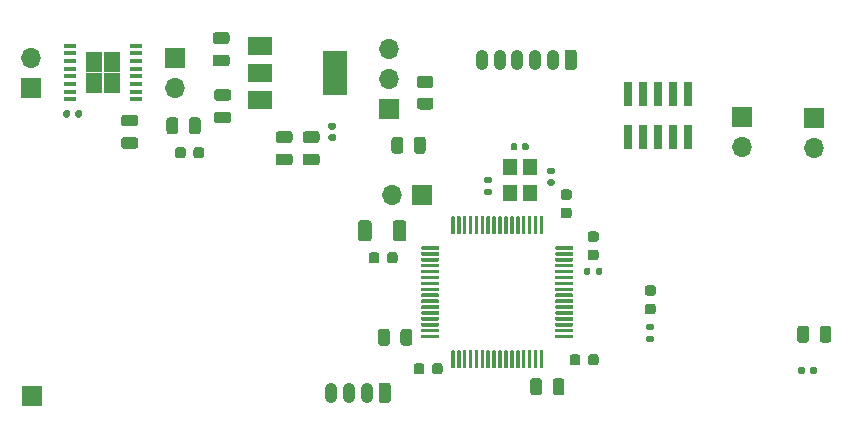
<source format=gbr>
G04 #@! TF.GenerationSoftware,KiCad,Pcbnew,(5.1.9)-1*
G04 #@! TF.CreationDate,2021-01-26T16:41:02+02:00*
G04 #@! TF.ProjectId,jantteri-main,6a616e74-7465-4726-992d-6d61696e2e6b,rev?*
G04 #@! TF.SameCoordinates,Original*
G04 #@! TF.FileFunction,Soldermask,Top*
G04 #@! TF.FilePolarity,Negative*
%FSLAX46Y46*%
G04 Gerber Fmt 4.6, Leading zero omitted, Abs format (unit mm)*
G04 Created by KiCad (PCBNEW (5.1.9)-1) date 2021-01-26 16:41:02*
%MOMM*%
%LPD*%
G01*
G04 APERTURE LIST*
%ADD10R,2.000000X1.500000*%
%ADD11R,2.000000X3.800000*%
%ADD12R,0.750000X2.100000*%
%ADD13O,1.700000X1.700000*%
%ADD14R,1.700000X1.700000*%
%ADD15O,1.030000X1.730000*%
%ADD16R,1.050000X0.450000*%
%ADD17R,1.470000X0.895000*%
%ADD18R,1.200000X1.400000*%
G04 APERTURE END LIST*
D10*
X161569000Y-52945000D03*
X161569000Y-57545000D03*
X161569000Y-55245000D03*
D11*
X167869000Y-55245000D03*
G36*
G01*
X185285000Y-67337000D02*
X185435000Y-67337000D01*
G75*
G02*
X185510000Y-67412000I0J-75000D01*
G01*
X185510000Y-68812000D01*
G75*
G02*
X185435000Y-68887000I-75000J0D01*
G01*
X185285000Y-68887000D01*
G75*
G02*
X185210000Y-68812000I0J75000D01*
G01*
X185210000Y-67412000D01*
G75*
G02*
X185285000Y-67337000I75000J0D01*
G01*
G37*
G36*
G01*
X184785000Y-67337000D02*
X184935000Y-67337000D01*
G75*
G02*
X185010000Y-67412000I0J-75000D01*
G01*
X185010000Y-68812000D01*
G75*
G02*
X184935000Y-68887000I-75000J0D01*
G01*
X184785000Y-68887000D01*
G75*
G02*
X184710000Y-68812000I0J75000D01*
G01*
X184710000Y-67412000D01*
G75*
G02*
X184785000Y-67337000I75000J0D01*
G01*
G37*
G36*
G01*
X184285000Y-67337000D02*
X184435000Y-67337000D01*
G75*
G02*
X184510000Y-67412000I0J-75000D01*
G01*
X184510000Y-68812000D01*
G75*
G02*
X184435000Y-68887000I-75000J0D01*
G01*
X184285000Y-68887000D01*
G75*
G02*
X184210000Y-68812000I0J75000D01*
G01*
X184210000Y-67412000D01*
G75*
G02*
X184285000Y-67337000I75000J0D01*
G01*
G37*
G36*
G01*
X183785000Y-67337000D02*
X183935000Y-67337000D01*
G75*
G02*
X184010000Y-67412000I0J-75000D01*
G01*
X184010000Y-68812000D01*
G75*
G02*
X183935000Y-68887000I-75000J0D01*
G01*
X183785000Y-68887000D01*
G75*
G02*
X183710000Y-68812000I0J75000D01*
G01*
X183710000Y-67412000D01*
G75*
G02*
X183785000Y-67337000I75000J0D01*
G01*
G37*
G36*
G01*
X183285000Y-67337000D02*
X183435000Y-67337000D01*
G75*
G02*
X183510000Y-67412000I0J-75000D01*
G01*
X183510000Y-68812000D01*
G75*
G02*
X183435000Y-68887000I-75000J0D01*
G01*
X183285000Y-68887000D01*
G75*
G02*
X183210000Y-68812000I0J75000D01*
G01*
X183210000Y-67412000D01*
G75*
G02*
X183285000Y-67337000I75000J0D01*
G01*
G37*
G36*
G01*
X182785000Y-67337000D02*
X182935000Y-67337000D01*
G75*
G02*
X183010000Y-67412000I0J-75000D01*
G01*
X183010000Y-68812000D01*
G75*
G02*
X182935000Y-68887000I-75000J0D01*
G01*
X182785000Y-68887000D01*
G75*
G02*
X182710000Y-68812000I0J75000D01*
G01*
X182710000Y-67412000D01*
G75*
G02*
X182785000Y-67337000I75000J0D01*
G01*
G37*
G36*
G01*
X182285000Y-67337000D02*
X182435000Y-67337000D01*
G75*
G02*
X182510000Y-67412000I0J-75000D01*
G01*
X182510000Y-68812000D01*
G75*
G02*
X182435000Y-68887000I-75000J0D01*
G01*
X182285000Y-68887000D01*
G75*
G02*
X182210000Y-68812000I0J75000D01*
G01*
X182210000Y-67412000D01*
G75*
G02*
X182285000Y-67337000I75000J0D01*
G01*
G37*
G36*
G01*
X181785000Y-67337000D02*
X181935000Y-67337000D01*
G75*
G02*
X182010000Y-67412000I0J-75000D01*
G01*
X182010000Y-68812000D01*
G75*
G02*
X181935000Y-68887000I-75000J0D01*
G01*
X181785000Y-68887000D01*
G75*
G02*
X181710000Y-68812000I0J75000D01*
G01*
X181710000Y-67412000D01*
G75*
G02*
X181785000Y-67337000I75000J0D01*
G01*
G37*
G36*
G01*
X181285000Y-67337000D02*
X181435000Y-67337000D01*
G75*
G02*
X181510000Y-67412000I0J-75000D01*
G01*
X181510000Y-68812000D01*
G75*
G02*
X181435000Y-68887000I-75000J0D01*
G01*
X181285000Y-68887000D01*
G75*
G02*
X181210000Y-68812000I0J75000D01*
G01*
X181210000Y-67412000D01*
G75*
G02*
X181285000Y-67337000I75000J0D01*
G01*
G37*
G36*
G01*
X180785000Y-67337000D02*
X180935000Y-67337000D01*
G75*
G02*
X181010000Y-67412000I0J-75000D01*
G01*
X181010000Y-68812000D01*
G75*
G02*
X180935000Y-68887000I-75000J0D01*
G01*
X180785000Y-68887000D01*
G75*
G02*
X180710000Y-68812000I0J75000D01*
G01*
X180710000Y-67412000D01*
G75*
G02*
X180785000Y-67337000I75000J0D01*
G01*
G37*
G36*
G01*
X180285000Y-67337000D02*
X180435000Y-67337000D01*
G75*
G02*
X180510000Y-67412000I0J-75000D01*
G01*
X180510000Y-68812000D01*
G75*
G02*
X180435000Y-68887000I-75000J0D01*
G01*
X180285000Y-68887000D01*
G75*
G02*
X180210000Y-68812000I0J75000D01*
G01*
X180210000Y-67412000D01*
G75*
G02*
X180285000Y-67337000I75000J0D01*
G01*
G37*
G36*
G01*
X179785000Y-67337000D02*
X179935000Y-67337000D01*
G75*
G02*
X180010000Y-67412000I0J-75000D01*
G01*
X180010000Y-68812000D01*
G75*
G02*
X179935000Y-68887000I-75000J0D01*
G01*
X179785000Y-68887000D01*
G75*
G02*
X179710000Y-68812000I0J75000D01*
G01*
X179710000Y-67412000D01*
G75*
G02*
X179785000Y-67337000I75000J0D01*
G01*
G37*
G36*
G01*
X179285000Y-67337000D02*
X179435000Y-67337000D01*
G75*
G02*
X179510000Y-67412000I0J-75000D01*
G01*
X179510000Y-68812000D01*
G75*
G02*
X179435000Y-68887000I-75000J0D01*
G01*
X179285000Y-68887000D01*
G75*
G02*
X179210000Y-68812000I0J75000D01*
G01*
X179210000Y-67412000D01*
G75*
G02*
X179285000Y-67337000I75000J0D01*
G01*
G37*
G36*
G01*
X178785000Y-67337000D02*
X178935000Y-67337000D01*
G75*
G02*
X179010000Y-67412000I0J-75000D01*
G01*
X179010000Y-68812000D01*
G75*
G02*
X178935000Y-68887000I-75000J0D01*
G01*
X178785000Y-68887000D01*
G75*
G02*
X178710000Y-68812000I0J75000D01*
G01*
X178710000Y-67412000D01*
G75*
G02*
X178785000Y-67337000I75000J0D01*
G01*
G37*
G36*
G01*
X178285000Y-67337000D02*
X178435000Y-67337000D01*
G75*
G02*
X178510000Y-67412000I0J-75000D01*
G01*
X178510000Y-68812000D01*
G75*
G02*
X178435000Y-68887000I-75000J0D01*
G01*
X178285000Y-68887000D01*
G75*
G02*
X178210000Y-68812000I0J75000D01*
G01*
X178210000Y-67412000D01*
G75*
G02*
X178285000Y-67337000I75000J0D01*
G01*
G37*
G36*
G01*
X177785000Y-67337000D02*
X177935000Y-67337000D01*
G75*
G02*
X178010000Y-67412000I0J-75000D01*
G01*
X178010000Y-68812000D01*
G75*
G02*
X177935000Y-68887000I-75000J0D01*
G01*
X177785000Y-68887000D01*
G75*
G02*
X177710000Y-68812000I0J75000D01*
G01*
X177710000Y-67412000D01*
G75*
G02*
X177785000Y-67337000I75000J0D01*
G01*
G37*
G36*
G01*
X175235000Y-69887000D02*
X176635000Y-69887000D01*
G75*
G02*
X176710000Y-69962000I0J-75000D01*
G01*
X176710000Y-70112000D01*
G75*
G02*
X176635000Y-70187000I-75000J0D01*
G01*
X175235000Y-70187000D01*
G75*
G02*
X175160000Y-70112000I0J75000D01*
G01*
X175160000Y-69962000D01*
G75*
G02*
X175235000Y-69887000I75000J0D01*
G01*
G37*
G36*
G01*
X175235000Y-70387000D02*
X176635000Y-70387000D01*
G75*
G02*
X176710000Y-70462000I0J-75000D01*
G01*
X176710000Y-70612000D01*
G75*
G02*
X176635000Y-70687000I-75000J0D01*
G01*
X175235000Y-70687000D01*
G75*
G02*
X175160000Y-70612000I0J75000D01*
G01*
X175160000Y-70462000D01*
G75*
G02*
X175235000Y-70387000I75000J0D01*
G01*
G37*
G36*
G01*
X175235000Y-70887000D02*
X176635000Y-70887000D01*
G75*
G02*
X176710000Y-70962000I0J-75000D01*
G01*
X176710000Y-71112000D01*
G75*
G02*
X176635000Y-71187000I-75000J0D01*
G01*
X175235000Y-71187000D01*
G75*
G02*
X175160000Y-71112000I0J75000D01*
G01*
X175160000Y-70962000D01*
G75*
G02*
X175235000Y-70887000I75000J0D01*
G01*
G37*
G36*
G01*
X175235000Y-71387000D02*
X176635000Y-71387000D01*
G75*
G02*
X176710000Y-71462000I0J-75000D01*
G01*
X176710000Y-71612000D01*
G75*
G02*
X176635000Y-71687000I-75000J0D01*
G01*
X175235000Y-71687000D01*
G75*
G02*
X175160000Y-71612000I0J75000D01*
G01*
X175160000Y-71462000D01*
G75*
G02*
X175235000Y-71387000I75000J0D01*
G01*
G37*
G36*
G01*
X175235000Y-71887000D02*
X176635000Y-71887000D01*
G75*
G02*
X176710000Y-71962000I0J-75000D01*
G01*
X176710000Y-72112000D01*
G75*
G02*
X176635000Y-72187000I-75000J0D01*
G01*
X175235000Y-72187000D01*
G75*
G02*
X175160000Y-72112000I0J75000D01*
G01*
X175160000Y-71962000D01*
G75*
G02*
X175235000Y-71887000I75000J0D01*
G01*
G37*
G36*
G01*
X175235000Y-72387000D02*
X176635000Y-72387000D01*
G75*
G02*
X176710000Y-72462000I0J-75000D01*
G01*
X176710000Y-72612000D01*
G75*
G02*
X176635000Y-72687000I-75000J0D01*
G01*
X175235000Y-72687000D01*
G75*
G02*
X175160000Y-72612000I0J75000D01*
G01*
X175160000Y-72462000D01*
G75*
G02*
X175235000Y-72387000I75000J0D01*
G01*
G37*
G36*
G01*
X175235000Y-72887000D02*
X176635000Y-72887000D01*
G75*
G02*
X176710000Y-72962000I0J-75000D01*
G01*
X176710000Y-73112000D01*
G75*
G02*
X176635000Y-73187000I-75000J0D01*
G01*
X175235000Y-73187000D01*
G75*
G02*
X175160000Y-73112000I0J75000D01*
G01*
X175160000Y-72962000D01*
G75*
G02*
X175235000Y-72887000I75000J0D01*
G01*
G37*
G36*
G01*
X175235000Y-73387000D02*
X176635000Y-73387000D01*
G75*
G02*
X176710000Y-73462000I0J-75000D01*
G01*
X176710000Y-73612000D01*
G75*
G02*
X176635000Y-73687000I-75000J0D01*
G01*
X175235000Y-73687000D01*
G75*
G02*
X175160000Y-73612000I0J75000D01*
G01*
X175160000Y-73462000D01*
G75*
G02*
X175235000Y-73387000I75000J0D01*
G01*
G37*
G36*
G01*
X175235000Y-73887000D02*
X176635000Y-73887000D01*
G75*
G02*
X176710000Y-73962000I0J-75000D01*
G01*
X176710000Y-74112000D01*
G75*
G02*
X176635000Y-74187000I-75000J0D01*
G01*
X175235000Y-74187000D01*
G75*
G02*
X175160000Y-74112000I0J75000D01*
G01*
X175160000Y-73962000D01*
G75*
G02*
X175235000Y-73887000I75000J0D01*
G01*
G37*
G36*
G01*
X175235000Y-74387000D02*
X176635000Y-74387000D01*
G75*
G02*
X176710000Y-74462000I0J-75000D01*
G01*
X176710000Y-74612000D01*
G75*
G02*
X176635000Y-74687000I-75000J0D01*
G01*
X175235000Y-74687000D01*
G75*
G02*
X175160000Y-74612000I0J75000D01*
G01*
X175160000Y-74462000D01*
G75*
G02*
X175235000Y-74387000I75000J0D01*
G01*
G37*
G36*
G01*
X175235000Y-74887000D02*
X176635000Y-74887000D01*
G75*
G02*
X176710000Y-74962000I0J-75000D01*
G01*
X176710000Y-75112000D01*
G75*
G02*
X176635000Y-75187000I-75000J0D01*
G01*
X175235000Y-75187000D01*
G75*
G02*
X175160000Y-75112000I0J75000D01*
G01*
X175160000Y-74962000D01*
G75*
G02*
X175235000Y-74887000I75000J0D01*
G01*
G37*
G36*
G01*
X175235000Y-75387000D02*
X176635000Y-75387000D01*
G75*
G02*
X176710000Y-75462000I0J-75000D01*
G01*
X176710000Y-75612000D01*
G75*
G02*
X176635000Y-75687000I-75000J0D01*
G01*
X175235000Y-75687000D01*
G75*
G02*
X175160000Y-75612000I0J75000D01*
G01*
X175160000Y-75462000D01*
G75*
G02*
X175235000Y-75387000I75000J0D01*
G01*
G37*
G36*
G01*
X175235000Y-75887000D02*
X176635000Y-75887000D01*
G75*
G02*
X176710000Y-75962000I0J-75000D01*
G01*
X176710000Y-76112000D01*
G75*
G02*
X176635000Y-76187000I-75000J0D01*
G01*
X175235000Y-76187000D01*
G75*
G02*
X175160000Y-76112000I0J75000D01*
G01*
X175160000Y-75962000D01*
G75*
G02*
X175235000Y-75887000I75000J0D01*
G01*
G37*
G36*
G01*
X175235000Y-76387000D02*
X176635000Y-76387000D01*
G75*
G02*
X176710000Y-76462000I0J-75000D01*
G01*
X176710000Y-76612000D01*
G75*
G02*
X176635000Y-76687000I-75000J0D01*
G01*
X175235000Y-76687000D01*
G75*
G02*
X175160000Y-76612000I0J75000D01*
G01*
X175160000Y-76462000D01*
G75*
G02*
X175235000Y-76387000I75000J0D01*
G01*
G37*
G36*
G01*
X175235000Y-76887000D02*
X176635000Y-76887000D01*
G75*
G02*
X176710000Y-76962000I0J-75000D01*
G01*
X176710000Y-77112000D01*
G75*
G02*
X176635000Y-77187000I-75000J0D01*
G01*
X175235000Y-77187000D01*
G75*
G02*
X175160000Y-77112000I0J75000D01*
G01*
X175160000Y-76962000D01*
G75*
G02*
X175235000Y-76887000I75000J0D01*
G01*
G37*
G36*
G01*
X175235000Y-77387000D02*
X176635000Y-77387000D01*
G75*
G02*
X176710000Y-77462000I0J-75000D01*
G01*
X176710000Y-77612000D01*
G75*
G02*
X176635000Y-77687000I-75000J0D01*
G01*
X175235000Y-77687000D01*
G75*
G02*
X175160000Y-77612000I0J75000D01*
G01*
X175160000Y-77462000D01*
G75*
G02*
X175235000Y-77387000I75000J0D01*
G01*
G37*
G36*
G01*
X177785000Y-78687000D02*
X177935000Y-78687000D01*
G75*
G02*
X178010000Y-78762000I0J-75000D01*
G01*
X178010000Y-80162000D01*
G75*
G02*
X177935000Y-80237000I-75000J0D01*
G01*
X177785000Y-80237000D01*
G75*
G02*
X177710000Y-80162000I0J75000D01*
G01*
X177710000Y-78762000D01*
G75*
G02*
X177785000Y-78687000I75000J0D01*
G01*
G37*
G36*
G01*
X178285000Y-78687000D02*
X178435000Y-78687000D01*
G75*
G02*
X178510000Y-78762000I0J-75000D01*
G01*
X178510000Y-80162000D01*
G75*
G02*
X178435000Y-80237000I-75000J0D01*
G01*
X178285000Y-80237000D01*
G75*
G02*
X178210000Y-80162000I0J75000D01*
G01*
X178210000Y-78762000D01*
G75*
G02*
X178285000Y-78687000I75000J0D01*
G01*
G37*
G36*
G01*
X178785000Y-78687000D02*
X178935000Y-78687000D01*
G75*
G02*
X179010000Y-78762000I0J-75000D01*
G01*
X179010000Y-80162000D01*
G75*
G02*
X178935000Y-80237000I-75000J0D01*
G01*
X178785000Y-80237000D01*
G75*
G02*
X178710000Y-80162000I0J75000D01*
G01*
X178710000Y-78762000D01*
G75*
G02*
X178785000Y-78687000I75000J0D01*
G01*
G37*
G36*
G01*
X179285000Y-78687000D02*
X179435000Y-78687000D01*
G75*
G02*
X179510000Y-78762000I0J-75000D01*
G01*
X179510000Y-80162000D01*
G75*
G02*
X179435000Y-80237000I-75000J0D01*
G01*
X179285000Y-80237000D01*
G75*
G02*
X179210000Y-80162000I0J75000D01*
G01*
X179210000Y-78762000D01*
G75*
G02*
X179285000Y-78687000I75000J0D01*
G01*
G37*
G36*
G01*
X179785000Y-78687000D02*
X179935000Y-78687000D01*
G75*
G02*
X180010000Y-78762000I0J-75000D01*
G01*
X180010000Y-80162000D01*
G75*
G02*
X179935000Y-80237000I-75000J0D01*
G01*
X179785000Y-80237000D01*
G75*
G02*
X179710000Y-80162000I0J75000D01*
G01*
X179710000Y-78762000D01*
G75*
G02*
X179785000Y-78687000I75000J0D01*
G01*
G37*
G36*
G01*
X180285000Y-78687000D02*
X180435000Y-78687000D01*
G75*
G02*
X180510000Y-78762000I0J-75000D01*
G01*
X180510000Y-80162000D01*
G75*
G02*
X180435000Y-80237000I-75000J0D01*
G01*
X180285000Y-80237000D01*
G75*
G02*
X180210000Y-80162000I0J75000D01*
G01*
X180210000Y-78762000D01*
G75*
G02*
X180285000Y-78687000I75000J0D01*
G01*
G37*
G36*
G01*
X180785000Y-78687000D02*
X180935000Y-78687000D01*
G75*
G02*
X181010000Y-78762000I0J-75000D01*
G01*
X181010000Y-80162000D01*
G75*
G02*
X180935000Y-80237000I-75000J0D01*
G01*
X180785000Y-80237000D01*
G75*
G02*
X180710000Y-80162000I0J75000D01*
G01*
X180710000Y-78762000D01*
G75*
G02*
X180785000Y-78687000I75000J0D01*
G01*
G37*
G36*
G01*
X181285000Y-78687000D02*
X181435000Y-78687000D01*
G75*
G02*
X181510000Y-78762000I0J-75000D01*
G01*
X181510000Y-80162000D01*
G75*
G02*
X181435000Y-80237000I-75000J0D01*
G01*
X181285000Y-80237000D01*
G75*
G02*
X181210000Y-80162000I0J75000D01*
G01*
X181210000Y-78762000D01*
G75*
G02*
X181285000Y-78687000I75000J0D01*
G01*
G37*
G36*
G01*
X181785000Y-78687000D02*
X181935000Y-78687000D01*
G75*
G02*
X182010000Y-78762000I0J-75000D01*
G01*
X182010000Y-80162000D01*
G75*
G02*
X181935000Y-80237000I-75000J0D01*
G01*
X181785000Y-80237000D01*
G75*
G02*
X181710000Y-80162000I0J75000D01*
G01*
X181710000Y-78762000D01*
G75*
G02*
X181785000Y-78687000I75000J0D01*
G01*
G37*
G36*
G01*
X182285000Y-78687000D02*
X182435000Y-78687000D01*
G75*
G02*
X182510000Y-78762000I0J-75000D01*
G01*
X182510000Y-80162000D01*
G75*
G02*
X182435000Y-80237000I-75000J0D01*
G01*
X182285000Y-80237000D01*
G75*
G02*
X182210000Y-80162000I0J75000D01*
G01*
X182210000Y-78762000D01*
G75*
G02*
X182285000Y-78687000I75000J0D01*
G01*
G37*
G36*
G01*
X182785000Y-78687000D02*
X182935000Y-78687000D01*
G75*
G02*
X183010000Y-78762000I0J-75000D01*
G01*
X183010000Y-80162000D01*
G75*
G02*
X182935000Y-80237000I-75000J0D01*
G01*
X182785000Y-80237000D01*
G75*
G02*
X182710000Y-80162000I0J75000D01*
G01*
X182710000Y-78762000D01*
G75*
G02*
X182785000Y-78687000I75000J0D01*
G01*
G37*
G36*
G01*
X183285000Y-78687000D02*
X183435000Y-78687000D01*
G75*
G02*
X183510000Y-78762000I0J-75000D01*
G01*
X183510000Y-80162000D01*
G75*
G02*
X183435000Y-80237000I-75000J0D01*
G01*
X183285000Y-80237000D01*
G75*
G02*
X183210000Y-80162000I0J75000D01*
G01*
X183210000Y-78762000D01*
G75*
G02*
X183285000Y-78687000I75000J0D01*
G01*
G37*
G36*
G01*
X183785000Y-78687000D02*
X183935000Y-78687000D01*
G75*
G02*
X184010000Y-78762000I0J-75000D01*
G01*
X184010000Y-80162000D01*
G75*
G02*
X183935000Y-80237000I-75000J0D01*
G01*
X183785000Y-80237000D01*
G75*
G02*
X183710000Y-80162000I0J75000D01*
G01*
X183710000Y-78762000D01*
G75*
G02*
X183785000Y-78687000I75000J0D01*
G01*
G37*
G36*
G01*
X184285000Y-78687000D02*
X184435000Y-78687000D01*
G75*
G02*
X184510000Y-78762000I0J-75000D01*
G01*
X184510000Y-80162000D01*
G75*
G02*
X184435000Y-80237000I-75000J0D01*
G01*
X184285000Y-80237000D01*
G75*
G02*
X184210000Y-80162000I0J75000D01*
G01*
X184210000Y-78762000D01*
G75*
G02*
X184285000Y-78687000I75000J0D01*
G01*
G37*
G36*
G01*
X184785000Y-78687000D02*
X184935000Y-78687000D01*
G75*
G02*
X185010000Y-78762000I0J-75000D01*
G01*
X185010000Y-80162000D01*
G75*
G02*
X184935000Y-80237000I-75000J0D01*
G01*
X184785000Y-80237000D01*
G75*
G02*
X184710000Y-80162000I0J75000D01*
G01*
X184710000Y-78762000D01*
G75*
G02*
X184785000Y-78687000I75000J0D01*
G01*
G37*
G36*
G01*
X185285000Y-78687000D02*
X185435000Y-78687000D01*
G75*
G02*
X185510000Y-78762000I0J-75000D01*
G01*
X185510000Y-80162000D01*
G75*
G02*
X185435000Y-80237000I-75000J0D01*
G01*
X185285000Y-80237000D01*
G75*
G02*
X185210000Y-80162000I0J75000D01*
G01*
X185210000Y-78762000D01*
G75*
G02*
X185285000Y-78687000I75000J0D01*
G01*
G37*
G36*
G01*
X186585000Y-77387000D02*
X187985000Y-77387000D01*
G75*
G02*
X188060000Y-77462000I0J-75000D01*
G01*
X188060000Y-77612000D01*
G75*
G02*
X187985000Y-77687000I-75000J0D01*
G01*
X186585000Y-77687000D01*
G75*
G02*
X186510000Y-77612000I0J75000D01*
G01*
X186510000Y-77462000D01*
G75*
G02*
X186585000Y-77387000I75000J0D01*
G01*
G37*
G36*
G01*
X186585000Y-76887000D02*
X187985000Y-76887000D01*
G75*
G02*
X188060000Y-76962000I0J-75000D01*
G01*
X188060000Y-77112000D01*
G75*
G02*
X187985000Y-77187000I-75000J0D01*
G01*
X186585000Y-77187000D01*
G75*
G02*
X186510000Y-77112000I0J75000D01*
G01*
X186510000Y-76962000D01*
G75*
G02*
X186585000Y-76887000I75000J0D01*
G01*
G37*
G36*
G01*
X186585000Y-76387000D02*
X187985000Y-76387000D01*
G75*
G02*
X188060000Y-76462000I0J-75000D01*
G01*
X188060000Y-76612000D01*
G75*
G02*
X187985000Y-76687000I-75000J0D01*
G01*
X186585000Y-76687000D01*
G75*
G02*
X186510000Y-76612000I0J75000D01*
G01*
X186510000Y-76462000D01*
G75*
G02*
X186585000Y-76387000I75000J0D01*
G01*
G37*
G36*
G01*
X186585000Y-75887000D02*
X187985000Y-75887000D01*
G75*
G02*
X188060000Y-75962000I0J-75000D01*
G01*
X188060000Y-76112000D01*
G75*
G02*
X187985000Y-76187000I-75000J0D01*
G01*
X186585000Y-76187000D01*
G75*
G02*
X186510000Y-76112000I0J75000D01*
G01*
X186510000Y-75962000D01*
G75*
G02*
X186585000Y-75887000I75000J0D01*
G01*
G37*
G36*
G01*
X186585000Y-75387000D02*
X187985000Y-75387000D01*
G75*
G02*
X188060000Y-75462000I0J-75000D01*
G01*
X188060000Y-75612000D01*
G75*
G02*
X187985000Y-75687000I-75000J0D01*
G01*
X186585000Y-75687000D01*
G75*
G02*
X186510000Y-75612000I0J75000D01*
G01*
X186510000Y-75462000D01*
G75*
G02*
X186585000Y-75387000I75000J0D01*
G01*
G37*
G36*
G01*
X186585000Y-74887000D02*
X187985000Y-74887000D01*
G75*
G02*
X188060000Y-74962000I0J-75000D01*
G01*
X188060000Y-75112000D01*
G75*
G02*
X187985000Y-75187000I-75000J0D01*
G01*
X186585000Y-75187000D01*
G75*
G02*
X186510000Y-75112000I0J75000D01*
G01*
X186510000Y-74962000D01*
G75*
G02*
X186585000Y-74887000I75000J0D01*
G01*
G37*
G36*
G01*
X186585000Y-74387000D02*
X187985000Y-74387000D01*
G75*
G02*
X188060000Y-74462000I0J-75000D01*
G01*
X188060000Y-74612000D01*
G75*
G02*
X187985000Y-74687000I-75000J0D01*
G01*
X186585000Y-74687000D01*
G75*
G02*
X186510000Y-74612000I0J75000D01*
G01*
X186510000Y-74462000D01*
G75*
G02*
X186585000Y-74387000I75000J0D01*
G01*
G37*
G36*
G01*
X186585000Y-73887000D02*
X187985000Y-73887000D01*
G75*
G02*
X188060000Y-73962000I0J-75000D01*
G01*
X188060000Y-74112000D01*
G75*
G02*
X187985000Y-74187000I-75000J0D01*
G01*
X186585000Y-74187000D01*
G75*
G02*
X186510000Y-74112000I0J75000D01*
G01*
X186510000Y-73962000D01*
G75*
G02*
X186585000Y-73887000I75000J0D01*
G01*
G37*
G36*
G01*
X186585000Y-73387000D02*
X187985000Y-73387000D01*
G75*
G02*
X188060000Y-73462000I0J-75000D01*
G01*
X188060000Y-73612000D01*
G75*
G02*
X187985000Y-73687000I-75000J0D01*
G01*
X186585000Y-73687000D01*
G75*
G02*
X186510000Y-73612000I0J75000D01*
G01*
X186510000Y-73462000D01*
G75*
G02*
X186585000Y-73387000I75000J0D01*
G01*
G37*
G36*
G01*
X186585000Y-72887000D02*
X187985000Y-72887000D01*
G75*
G02*
X188060000Y-72962000I0J-75000D01*
G01*
X188060000Y-73112000D01*
G75*
G02*
X187985000Y-73187000I-75000J0D01*
G01*
X186585000Y-73187000D01*
G75*
G02*
X186510000Y-73112000I0J75000D01*
G01*
X186510000Y-72962000D01*
G75*
G02*
X186585000Y-72887000I75000J0D01*
G01*
G37*
G36*
G01*
X186585000Y-72387000D02*
X187985000Y-72387000D01*
G75*
G02*
X188060000Y-72462000I0J-75000D01*
G01*
X188060000Y-72612000D01*
G75*
G02*
X187985000Y-72687000I-75000J0D01*
G01*
X186585000Y-72687000D01*
G75*
G02*
X186510000Y-72612000I0J75000D01*
G01*
X186510000Y-72462000D01*
G75*
G02*
X186585000Y-72387000I75000J0D01*
G01*
G37*
G36*
G01*
X186585000Y-71887000D02*
X187985000Y-71887000D01*
G75*
G02*
X188060000Y-71962000I0J-75000D01*
G01*
X188060000Y-72112000D01*
G75*
G02*
X187985000Y-72187000I-75000J0D01*
G01*
X186585000Y-72187000D01*
G75*
G02*
X186510000Y-72112000I0J75000D01*
G01*
X186510000Y-71962000D01*
G75*
G02*
X186585000Y-71887000I75000J0D01*
G01*
G37*
G36*
G01*
X186585000Y-71387000D02*
X187985000Y-71387000D01*
G75*
G02*
X188060000Y-71462000I0J-75000D01*
G01*
X188060000Y-71612000D01*
G75*
G02*
X187985000Y-71687000I-75000J0D01*
G01*
X186585000Y-71687000D01*
G75*
G02*
X186510000Y-71612000I0J75000D01*
G01*
X186510000Y-71462000D01*
G75*
G02*
X186585000Y-71387000I75000J0D01*
G01*
G37*
G36*
G01*
X186585000Y-70887000D02*
X187985000Y-70887000D01*
G75*
G02*
X188060000Y-70962000I0J-75000D01*
G01*
X188060000Y-71112000D01*
G75*
G02*
X187985000Y-71187000I-75000J0D01*
G01*
X186585000Y-71187000D01*
G75*
G02*
X186510000Y-71112000I0J75000D01*
G01*
X186510000Y-70962000D01*
G75*
G02*
X186585000Y-70887000I75000J0D01*
G01*
G37*
G36*
G01*
X186585000Y-70387000D02*
X187985000Y-70387000D01*
G75*
G02*
X188060000Y-70462000I0J-75000D01*
G01*
X188060000Y-70612000D01*
G75*
G02*
X187985000Y-70687000I-75000J0D01*
G01*
X186585000Y-70687000D01*
G75*
G02*
X186510000Y-70612000I0J75000D01*
G01*
X186510000Y-70462000D01*
G75*
G02*
X186585000Y-70387000I75000J0D01*
G01*
G37*
G36*
G01*
X186585000Y-69887000D02*
X187985000Y-69887000D01*
G75*
G02*
X188060000Y-69962000I0J-75000D01*
G01*
X188060000Y-70112000D01*
G75*
G02*
X187985000Y-70187000I-75000J0D01*
G01*
X186585000Y-70187000D01*
G75*
G02*
X186510000Y-70112000I0J75000D01*
G01*
X186510000Y-69962000D01*
G75*
G02*
X186585000Y-69887000I75000J0D01*
G01*
G37*
G36*
G01*
X173930000Y-67929999D02*
X173930000Y-69230001D01*
G75*
G02*
X173680001Y-69480000I-249999J0D01*
G01*
X173029999Y-69480000D01*
G75*
G02*
X172780000Y-69230001I0J249999D01*
G01*
X172780000Y-67929999D01*
G75*
G02*
X173029999Y-67680000I249999J0D01*
G01*
X173680001Y-67680000D01*
G75*
G02*
X173930000Y-67929999I0J-249999D01*
G01*
G37*
G36*
G01*
X170980000Y-67929999D02*
X170980000Y-69230001D01*
G75*
G02*
X170730001Y-69480000I-249999J0D01*
G01*
X170079999Y-69480000D01*
G75*
G02*
X169830000Y-69230001I0J249999D01*
G01*
X169830000Y-67929999D01*
G75*
G02*
X170079999Y-67680000I249999J0D01*
G01*
X170730001Y-67680000D01*
G75*
G02*
X170980000Y-67929999I0J-249999D01*
G01*
G37*
G36*
G01*
X157894000Y-58489000D02*
X158844000Y-58489000D01*
G75*
G02*
X159094000Y-58739000I0J-250000D01*
G01*
X159094000Y-59239000D01*
G75*
G02*
X158844000Y-59489000I-250000J0D01*
G01*
X157894000Y-59489000D01*
G75*
G02*
X157644000Y-59239000I0J250000D01*
G01*
X157644000Y-58739000D01*
G75*
G02*
X157894000Y-58489000I250000J0D01*
G01*
G37*
G36*
G01*
X157894000Y-56589000D02*
X158844000Y-56589000D01*
G75*
G02*
X159094000Y-56839000I0J-250000D01*
G01*
X159094000Y-57339000D01*
G75*
G02*
X158844000Y-57589000I-250000J0D01*
G01*
X157894000Y-57589000D01*
G75*
G02*
X157644000Y-57339000I0J250000D01*
G01*
X157644000Y-56839000D01*
G75*
G02*
X157894000Y-56589000I250000J0D01*
G01*
G37*
G36*
G01*
X165387000Y-62045000D02*
X166337000Y-62045000D01*
G75*
G02*
X166587000Y-62295000I0J-250000D01*
G01*
X166587000Y-62795000D01*
G75*
G02*
X166337000Y-63045000I-250000J0D01*
G01*
X165387000Y-63045000D01*
G75*
G02*
X165137000Y-62795000I0J250000D01*
G01*
X165137000Y-62295000D01*
G75*
G02*
X165387000Y-62045000I250000J0D01*
G01*
G37*
G36*
G01*
X165387000Y-60145000D02*
X166337000Y-60145000D01*
G75*
G02*
X166587000Y-60395000I0J-250000D01*
G01*
X166587000Y-60895000D01*
G75*
G02*
X166337000Y-61145000I-250000J0D01*
G01*
X165387000Y-61145000D01*
G75*
G02*
X165137000Y-60895000I0J250000D01*
G01*
X165137000Y-60395000D01*
G75*
G02*
X165387000Y-60145000I250000J0D01*
G01*
G37*
G36*
G01*
X158717000Y-52763000D02*
X157767000Y-52763000D01*
G75*
G02*
X157517000Y-52513000I0J250000D01*
G01*
X157517000Y-52013000D01*
G75*
G02*
X157767000Y-51763000I250000J0D01*
G01*
X158717000Y-51763000D01*
G75*
G02*
X158967000Y-52013000I0J-250000D01*
G01*
X158967000Y-52513000D01*
G75*
G02*
X158717000Y-52763000I-250000J0D01*
G01*
G37*
G36*
G01*
X158717000Y-54663000D02*
X157767000Y-54663000D01*
G75*
G02*
X157517000Y-54413000I0J250000D01*
G01*
X157517000Y-53913000D01*
G75*
G02*
X157767000Y-53663000I250000J0D01*
G01*
X158717000Y-53663000D01*
G75*
G02*
X158967000Y-53913000I0J-250000D01*
G01*
X158967000Y-54413000D01*
G75*
G02*
X158717000Y-54663000I-250000J0D01*
G01*
G37*
G36*
G01*
X163101000Y-60145000D02*
X164051000Y-60145000D01*
G75*
G02*
X164301000Y-60395000I0J-250000D01*
G01*
X164301000Y-60895000D01*
G75*
G02*
X164051000Y-61145000I-250000J0D01*
G01*
X163101000Y-61145000D01*
G75*
G02*
X162851000Y-60895000I0J250000D01*
G01*
X162851000Y-60395000D01*
G75*
G02*
X163101000Y-60145000I250000J0D01*
G01*
G37*
G36*
G01*
X163101000Y-62045000D02*
X164051000Y-62045000D01*
G75*
G02*
X164301000Y-62295000I0J-250000D01*
G01*
X164301000Y-62795000D01*
G75*
G02*
X164051000Y-63045000I-250000J0D01*
G01*
X163101000Y-63045000D01*
G75*
G02*
X162851000Y-62795000I0J250000D01*
G01*
X162851000Y-62295000D01*
G75*
G02*
X163101000Y-62045000I250000J0D01*
G01*
G37*
G36*
G01*
X174424000Y-77122000D02*
X174424000Y-78072000D01*
G75*
G02*
X174174000Y-78322000I-250000J0D01*
G01*
X173674000Y-78322000D01*
G75*
G02*
X173424000Y-78072000I0J250000D01*
G01*
X173424000Y-77122000D01*
G75*
G02*
X173674000Y-76872000I250000J0D01*
G01*
X174174000Y-76872000D01*
G75*
G02*
X174424000Y-77122000I0J-250000D01*
G01*
G37*
G36*
G01*
X172524000Y-77122000D02*
X172524000Y-78072000D01*
G75*
G02*
X172274000Y-78322000I-250000J0D01*
G01*
X171774000Y-78322000D01*
G75*
G02*
X171524000Y-78072000I0J250000D01*
G01*
X171524000Y-77122000D01*
G75*
G02*
X171774000Y-76872000I250000J0D01*
G01*
X172274000Y-76872000D01*
G75*
G02*
X172524000Y-77122000I0J-250000D01*
G01*
G37*
G36*
G01*
X186312000Y-82263000D02*
X186312000Y-81313000D01*
G75*
G02*
X186562000Y-81063000I250000J0D01*
G01*
X187062000Y-81063000D01*
G75*
G02*
X187312000Y-81313000I0J-250000D01*
G01*
X187312000Y-82263000D01*
G75*
G02*
X187062000Y-82513000I-250000J0D01*
G01*
X186562000Y-82513000D01*
G75*
G02*
X186312000Y-82263000I0J250000D01*
G01*
G37*
G36*
G01*
X184412000Y-82263000D02*
X184412000Y-81313000D01*
G75*
G02*
X184662000Y-81063000I250000J0D01*
G01*
X185162000Y-81063000D01*
G75*
G02*
X185412000Y-81313000I0J-250000D01*
G01*
X185412000Y-82263000D01*
G75*
G02*
X185162000Y-82513000I-250000J0D01*
G01*
X184662000Y-82513000D01*
G75*
G02*
X184412000Y-82263000I0J250000D01*
G01*
G37*
G36*
G01*
X186352000Y-64768000D02*
X186012000Y-64768000D01*
G75*
G02*
X185872000Y-64628000I0J140000D01*
G01*
X185872000Y-64348000D01*
G75*
G02*
X186012000Y-64208000I140000J0D01*
G01*
X186352000Y-64208000D01*
G75*
G02*
X186492000Y-64348000I0J-140000D01*
G01*
X186492000Y-64628000D01*
G75*
G02*
X186352000Y-64768000I-140000J0D01*
G01*
G37*
G36*
G01*
X186352000Y-63808000D02*
X186012000Y-63808000D01*
G75*
G02*
X185872000Y-63668000I0J140000D01*
G01*
X185872000Y-63388000D01*
G75*
G02*
X186012000Y-63248000I140000J0D01*
G01*
X186352000Y-63248000D01*
G75*
G02*
X186492000Y-63388000I0J-140000D01*
G01*
X186492000Y-63668000D01*
G75*
G02*
X186352000Y-63808000I-140000J0D01*
G01*
G37*
G36*
G01*
X183715000Y-61638000D02*
X183715000Y-61298000D01*
G75*
G02*
X183855000Y-61158000I140000J0D01*
G01*
X184135000Y-61158000D01*
G75*
G02*
X184275000Y-61298000I0J-140000D01*
G01*
X184275000Y-61638000D01*
G75*
G02*
X184135000Y-61778000I-140000J0D01*
G01*
X183855000Y-61778000D01*
G75*
G02*
X183715000Y-61638000I0J140000D01*
G01*
G37*
G36*
G01*
X182755000Y-61638000D02*
X182755000Y-61298000D01*
G75*
G02*
X182895000Y-61158000I140000J0D01*
G01*
X183175000Y-61158000D01*
G75*
G02*
X183315000Y-61298000I0J-140000D01*
G01*
X183315000Y-61638000D01*
G75*
G02*
X183175000Y-61778000I-140000J0D01*
G01*
X182895000Y-61778000D01*
G75*
G02*
X182755000Y-61638000I0J140000D01*
G01*
G37*
G36*
G01*
X207018000Y-77818000D02*
X207018000Y-76868000D01*
G75*
G02*
X207268000Y-76618000I250000J0D01*
G01*
X207768000Y-76618000D01*
G75*
G02*
X208018000Y-76868000I0J-250000D01*
G01*
X208018000Y-77818000D01*
G75*
G02*
X207768000Y-78068000I-250000J0D01*
G01*
X207268000Y-78068000D01*
G75*
G02*
X207018000Y-77818000I0J250000D01*
G01*
G37*
G36*
G01*
X208918000Y-77818000D02*
X208918000Y-76868000D01*
G75*
G02*
X209168000Y-76618000I250000J0D01*
G01*
X209668000Y-76618000D01*
G75*
G02*
X209918000Y-76868000I0J-250000D01*
G01*
X209918000Y-77818000D01*
G75*
G02*
X209668000Y-78068000I-250000J0D01*
G01*
X209168000Y-78068000D01*
G75*
G02*
X208918000Y-77818000I0J250000D01*
G01*
G37*
G36*
G01*
X175567000Y-60866000D02*
X175567000Y-61816000D01*
G75*
G02*
X175317000Y-62066000I-250000J0D01*
G01*
X174817000Y-62066000D01*
G75*
G02*
X174567000Y-61816000I0J250000D01*
G01*
X174567000Y-60866000D01*
G75*
G02*
X174817000Y-60616000I250000J0D01*
G01*
X175317000Y-60616000D01*
G75*
G02*
X175567000Y-60866000I0J-250000D01*
G01*
G37*
G36*
G01*
X173667000Y-60866000D02*
X173667000Y-61816000D01*
G75*
G02*
X173417000Y-62066000I-250000J0D01*
G01*
X172917000Y-62066000D01*
G75*
G02*
X172667000Y-61816000I0J250000D01*
G01*
X172667000Y-60866000D01*
G75*
G02*
X172917000Y-60616000I250000J0D01*
G01*
X173417000Y-60616000D01*
G75*
G02*
X173667000Y-60866000I0J-250000D01*
G01*
G37*
G36*
G01*
X153617000Y-60165000D02*
X153617000Y-59215000D01*
G75*
G02*
X153867000Y-58965000I250000J0D01*
G01*
X154367000Y-58965000D01*
G75*
G02*
X154617000Y-59215000I0J-250000D01*
G01*
X154617000Y-60165000D01*
G75*
G02*
X154367000Y-60415000I-250000J0D01*
G01*
X153867000Y-60415000D01*
G75*
G02*
X153617000Y-60165000I0J250000D01*
G01*
G37*
G36*
G01*
X155517000Y-60165000D02*
X155517000Y-59215000D01*
G75*
G02*
X155767000Y-58965000I250000J0D01*
G01*
X156267000Y-58965000D01*
G75*
G02*
X156517000Y-59215000I0J-250000D01*
G01*
X156517000Y-60165000D01*
G75*
G02*
X156267000Y-60415000I-250000J0D01*
G01*
X155767000Y-60415000D01*
G75*
G02*
X155517000Y-60165000I0J250000D01*
G01*
G37*
G36*
G01*
X150970000Y-59748000D02*
X150020000Y-59748000D01*
G75*
G02*
X149770000Y-59498000I0J250000D01*
G01*
X149770000Y-58998000D01*
G75*
G02*
X150020000Y-58748000I250000J0D01*
G01*
X150970000Y-58748000D01*
G75*
G02*
X151220000Y-58998000I0J-250000D01*
G01*
X151220000Y-59498000D01*
G75*
G02*
X150970000Y-59748000I-250000J0D01*
G01*
G37*
G36*
G01*
X150970000Y-61648000D02*
X150020000Y-61648000D01*
G75*
G02*
X149770000Y-61398000I0J250000D01*
G01*
X149770000Y-60898000D01*
G75*
G02*
X150020000Y-60648000I250000J0D01*
G01*
X150970000Y-60648000D01*
G75*
G02*
X151220000Y-60898000I0J-250000D01*
G01*
X151220000Y-61398000D01*
G75*
G02*
X150970000Y-61648000I-250000J0D01*
G01*
G37*
G36*
G01*
X194820250Y-75647000D02*
X194307750Y-75647000D01*
G75*
G02*
X194089000Y-75428250I0J218750D01*
G01*
X194089000Y-74990750D01*
G75*
G02*
X194307750Y-74772000I218750J0D01*
G01*
X194820250Y-74772000D01*
G75*
G02*
X195039000Y-74990750I0J-218750D01*
G01*
X195039000Y-75428250D01*
G75*
G02*
X194820250Y-75647000I-218750J0D01*
G01*
G37*
G36*
G01*
X194820250Y-74072000D02*
X194307750Y-74072000D01*
G75*
G02*
X194089000Y-73853250I0J218750D01*
G01*
X194089000Y-73415750D01*
G75*
G02*
X194307750Y-73197000I218750J0D01*
G01*
X194820250Y-73197000D01*
G75*
G02*
X195039000Y-73415750I0J-218750D01*
G01*
X195039000Y-73853250D01*
G75*
G02*
X194820250Y-74072000I-218750J0D01*
G01*
G37*
D12*
X192659000Y-57001000D03*
X192659000Y-60601000D03*
X193929000Y-57001000D03*
X193929000Y-60601000D03*
X195199000Y-57001000D03*
X195199000Y-60601000D03*
X196469000Y-57001000D03*
X196469000Y-60601000D03*
X197739000Y-57001000D03*
X197739000Y-60601000D03*
D13*
X208407000Y-61595000D03*
D14*
X208407000Y-59055000D03*
D13*
X154305000Y-56515000D03*
D14*
X154305000Y-53975000D03*
X202311000Y-58928000D03*
D13*
X202311000Y-61468000D03*
D14*
X175260000Y-65532000D03*
D13*
X172720000Y-65532000D03*
D14*
X172466000Y-58293000D03*
D13*
X172466000Y-55753000D03*
X172466000Y-53213000D03*
D14*
X142113000Y-56515000D03*
D13*
X142113000Y-53975000D03*
G36*
G01*
X188348000Y-53486997D02*
X188348000Y-54717003D01*
G75*
G02*
X188098003Y-54967000I-249997J0D01*
G01*
X187567997Y-54967000D01*
G75*
G02*
X187318000Y-54717003I0J249997D01*
G01*
X187318000Y-53486997D01*
G75*
G02*
X187567997Y-53237000I249997J0D01*
G01*
X188098003Y-53237000D01*
G75*
G02*
X188348000Y-53486997I0J-249997D01*
G01*
G37*
D15*
X186333000Y-54102000D03*
X184833000Y-54102000D03*
X183333000Y-54102000D03*
X181833000Y-54102000D03*
X180333000Y-54102000D03*
G36*
G01*
X172600000Y-81680997D02*
X172600000Y-82911003D01*
G75*
G02*
X172350003Y-83161000I-249997J0D01*
G01*
X171819997Y-83161000D01*
G75*
G02*
X171570000Y-82911003I0J249997D01*
G01*
X171570000Y-81680997D01*
G75*
G02*
X171819997Y-81431000I249997J0D01*
G01*
X172350003Y-81431000D01*
G75*
G02*
X172600000Y-81680997I0J-249997D01*
G01*
G37*
X170585000Y-82296000D03*
X169085000Y-82296000D03*
X167585000Y-82296000D03*
D14*
X142240000Y-82550000D03*
G36*
G01*
X194749000Y-77996000D02*
X194379000Y-77996000D01*
G75*
G02*
X194244000Y-77861000I0J135000D01*
G01*
X194244000Y-77591000D01*
G75*
G02*
X194379000Y-77456000I135000J0D01*
G01*
X194749000Y-77456000D01*
G75*
G02*
X194884000Y-77591000I0J-135000D01*
G01*
X194884000Y-77861000D01*
G75*
G02*
X194749000Y-77996000I-135000J0D01*
G01*
G37*
G36*
G01*
X194749000Y-76976000D02*
X194379000Y-76976000D01*
G75*
G02*
X194244000Y-76841000I0J135000D01*
G01*
X194244000Y-76571000D01*
G75*
G02*
X194379000Y-76436000I135000J0D01*
G01*
X194749000Y-76436000D01*
G75*
G02*
X194884000Y-76571000I0J-135000D01*
G01*
X194884000Y-76841000D01*
G75*
G02*
X194749000Y-76976000I-135000J0D01*
G01*
G37*
G36*
G01*
X208139000Y-80576000D02*
X208139000Y-80206000D01*
G75*
G02*
X208274000Y-80071000I135000J0D01*
G01*
X208544000Y-80071000D01*
G75*
G02*
X208679000Y-80206000I0J-135000D01*
G01*
X208679000Y-80576000D01*
G75*
G02*
X208544000Y-80711000I-135000J0D01*
G01*
X208274000Y-80711000D01*
G75*
G02*
X208139000Y-80576000I0J135000D01*
G01*
G37*
G36*
G01*
X207119000Y-80576000D02*
X207119000Y-80206000D01*
G75*
G02*
X207254000Y-80071000I135000J0D01*
G01*
X207524000Y-80071000D01*
G75*
G02*
X207659000Y-80206000I0J-135000D01*
G01*
X207659000Y-80576000D01*
G75*
G02*
X207524000Y-80711000I-135000J0D01*
G01*
X207254000Y-80711000D01*
G75*
G02*
X207119000Y-80576000I0J135000D01*
G01*
G37*
G36*
G01*
X144889000Y-58859000D02*
X144889000Y-58489000D01*
G75*
G02*
X145024000Y-58354000I135000J0D01*
G01*
X145294000Y-58354000D01*
G75*
G02*
X145429000Y-58489000I0J-135000D01*
G01*
X145429000Y-58859000D01*
G75*
G02*
X145294000Y-58994000I-135000J0D01*
G01*
X145024000Y-58994000D01*
G75*
G02*
X144889000Y-58859000I0J135000D01*
G01*
G37*
G36*
G01*
X145909000Y-58859000D02*
X145909000Y-58489000D01*
G75*
G02*
X146044000Y-58354000I135000J0D01*
G01*
X146314000Y-58354000D01*
G75*
G02*
X146449000Y-58489000I0J-135000D01*
G01*
X146449000Y-58859000D01*
G75*
G02*
X146314000Y-58994000I-135000J0D01*
G01*
X146044000Y-58994000D01*
G75*
G02*
X145909000Y-58859000I0J135000D01*
G01*
G37*
G36*
G01*
X175964002Y-58321000D02*
X175063998Y-58321000D01*
G75*
G02*
X174814000Y-58071002I0J249998D01*
G01*
X174814000Y-57545998D01*
G75*
G02*
X175063998Y-57296000I249998J0D01*
G01*
X175964002Y-57296000D01*
G75*
G02*
X176214000Y-57545998I0J-249998D01*
G01*
X176214000Y-58071002D01*
G75*
G02*
X175964002Y-58321000I-249998J0D01*
G01*
G37*
G36*
G01*
X175964002Y-56496000D02*
X175063998Y-56496000D01*
G75*
G02*
X174814000Y-56246002I0J249998D01*
G01*
X174814000Y-55720998D01*
G75*
G02*
X175063998Y-55471000I249998J0D01*
G01*
X175964002Y-55471000D01*
G75*
G02*
X176214000Y-55720998I0J-249998D01*
G01*
X176214000Y-56246002D01*
G75*
G02*
X175964002Y-56496000I-249998J0D01*
G01*
G37*
D16*
X145461000Y-52909500D03*
X145461000Y-53559500D03*
X145461000Y-54209500D03*
X145461000Y-54859500D03*
X145461000Y-55509500D03*
X145461000Y-56159500D03*
X145461000Y-56809500D03*
X145461000Y-57459500D03*
X151011000Y-57459500D03*
X151011000Y-56809500D03*
X151011000Y-56159500D03*
X151011000Y-55509500D03*
X151011000Y-54859500D03*
X151011000Y-54209500D03*
X151011000Y-53559500D03*
X151011000Y-52909500D03*
D17*
X148971000Y-56527000D03*
X148971000Y-55632000D03*
X148971000Y-54737000D03*
X148971000Y-53842000D03*
X147501000Y-56527000D03*
X147501000Y-55632000D03*
X147501000Y-54737000D03*
X147501000Y-53842000D03*
D18*
X184365000Y-65362000D03*
X184365000Y-63162000D03*
X182665000Y-63162000D03*
X182665000Y-65362000D03*
G36*
G01*
X187751000Y-79752000D02*
X187751000Y-79252000D01*
G75*
G02*
X187976000Y-79027000I225000J0D01*
G01*
X188426000Y-79027000D01*
G75*
G02*
X188651000Y-79252000I0J-225000D01*
G01*
X188651000Y-79752000D01*
G75*
G02*
X188426000Y-79977000I-225000J0D01*
G01*
X187976000Y-79977000D01*
G75*
G02*
X187751000Y-79752000I0J225000D01*
G01*
G37*
G36*
G01*
X189301000Y-79752000D02*
X189301000Y-79252000D01*
G75*
G02*
X189526000Y-79027000I225000J0D01*
G01*
X189976000Y-79027000D01*
G75*
G02*
X190201000Y-79252000I0J-225000D01*
G01*
X190201000Y-79752000D01*
G75*
G02*
X189976000Y-79977000I-225000J0D01*
G01*
X189526000Y-79977000D01*
G75*
G02*
X189301000Y-79752000I0J225000D01*
G01*
G37*
G36*
G01*
X176093000Y-80514000D02*
X176093000Y-80014000D01*
G75*
G02*
X176318000Y-79789000I225000J0D01*
G01*
X176768000Y-79789000D01*
G75*
G02*
X176993000Y-80014000I0J-225000D01*
G01*
X176993000Y-80514000D01*
G75*
G02*
X176768000Y-80739000I-225000J0D01*
G01*
X176318000Y-80739000D01*
G75*
G02*
X176093000Y-80514000I0J225000D01*
G01*
G37*
G36*
G01*
X174543000Y-80514000D02*
X174543000Y-80014000D01*
G75*
G02*
X174768000Y-79789000I225000J0D01*
G01*
X175218000Y-79789000D01*
G75*
G02*
X175443000Y-80014000I0J-225000D01*
G01*
X175443000Y-80514000D01*
G75*
G02*
X175218000Y-80739000I-225000J0D01*
G01*
X174768000Y-80739000D01*
G75*
G02*
X174543000Y-80514000I0J225000D01*
G01*
G37*
G36*
G01*
X173183000Y-70616000D02*
X173183000Y-71116000D01*
G75*
G02*
X172958000Y-71341000I-225000J0D01*
G01*
X172508000Y-71341000D01*
G75*
G02*
X172283000Y-71116000I0J225000D01*
G01*
X172283000Y-70616000D01*
G75*
G02*
X172508000Y-70391000I225000J0D01*
G01*
X172958000Y-70391000D01*
G75*
G02*
X173183000Y-70616000I0J-225000D01*
G01*
G37*
G36*
G01*
X171633000Y-70616000D02*
X171633000Y-71116000D01*
G75*
G02*
X171408000Y-71341000I-225000J0D01*
G01*
X170958000Y-71341000D01*
G75*
G02*
X170733000Y-71116000I0J225000D01*
G01*
X170733000Y-70616000D01*
G75*
G02*
X170958000Y-70391000I225000J0D01*
G01*
X171408000Y-70391000D01*
G75*
G02*
X171633000Y-70616000I0J-225000D01*
G01*
G37*
G36*
G01*
X189488000Y-70175000D02*
X189988000Y-70175000D01*
G75*
G02*
X190213000Y-70400000I0J-225000D01*
G01*
X190213000Y-70850000D01*
G75*
G02*
X189988000Y-71075000I-225000J0D01*
G01*
X189488000Y-71075000D01*
G75*
G02*
X189263000Y-70850000I0J225000D01*
G01*
X189263000Y-70400000D01*
G75*
G02*
X189488000Y-70175000I225000J0D01*
G01*
G37*
G36*
G01*
X189488000Y-68625000D02*
X189988000Y-68625000D01*
G75*
G02*
X190213000Y-68850000I0J-225000D01*
G01*
X190213000Y-69300000D01*
G75*
G02*
X189988000Y-69525000I-225000J0D01*
G01*
X189488000Y-69525000D01*
G75*
G02*
X189263000Y-69300000I0J225000D01*
G01*
X189263000Y-68850000D01*
G75*
G02*
X189488000Y-68625000I225000J0D01*
G01*
G37*
G36*
G01*
X187202000Y-65069000D02*
X187702000Y-65069000D01*
G75*
G02*
X187927000Y-65294000I0J-225000D01*
G01*
X187927000Y-65744000D01*
G75*
G02*
X187702000Y-65969000I-225000J0D01*
G01*
X187202000Y-65969000D01*
G75*
G02*
X186977000Y-65744000I0J225000D01*
G01*
X186977000Y-65294000D01*
G75*
G02*
X187202000Y-65069000I225000J0D01*
G01*
G37*
G36*
G01*
X187202000Y-66619000D02*
X187702000Y-66619000D01*
G75*
G02*
X187927000Y-66844000I0J-225000D01*
G01*
X187927000Y-67294000D01*
G75*
G02*
X187702000Y-67519000I-225000J0D01*
G01*
X187202000Y-67519000D01*
G75*
G02*
X186977000Y-67294000I0J225000D01*
G01*
X186977000Y-66844000D01*
G75*
G02*
X187202000Y-66619000I225000J0D01*
G01*
G37*
G36*
G01*
X155900000Y-62226000D02*
X155900000Y-61726000D01*
G75*
G02*
X156125000Y-61501000I225000J0D01*
G01*
X156575000Y-61501000D01*
G75*
G02*
X156800000Y-61726000I0J-225000D01*
G01*
X156800000Y-62226000D01*
G75*
G02*
X156575000Y-62451000I-225000J0D01*
G01*
X156125000Y-62451000D01*
G75*
G02*
X155900000Y-62226000I0J225000D01*
G01*
G37*
G36*
G01*
X154350000Y-62226000D02*
X154350000Y-61726000D01*
G75*
G02*
X154575000Y-61501000I225000J0D01*
G01*
X155025000Y-61501000D01*
G75*
G02*
X155250000Y-61726000I0J-225000D01*
G01*
X155250000Y-62226000D01*
G75*
G02*
X155025000Y-62451000I-225000J0D01*
G01*
X154575000Y-62451000D01*
G75*
G02*
X154350000Y-62226000I0J225000D01*
G01*
G37*
G36*
G01*
X189978000Y-72194000D02*
X189978000Y-71824000D01*
G75*
G02*
X190113000Y-71689000I135000J0D01*
G01*
X190383000Y-71689000D01*
G75*
G02*
X190518000Y-71824000I0J-135000D01*
G01*
X190518000Y-72194000D01*
G75*
G02*
X190383000Y-72329000I-135000J0D01*
G01*
X190113000Y-72329000D01*
G75*
G02*
X189978000Y-72194000I0J135000D01*
G01*
G37*
G36*
G01*
X188958000Y-72194000D02*
X188958000Y-71824000D01*
G75*
G02*
X189093000Y-71689000I135000J0D01*
G01*
X189363000Y-71689000D01*
G75*
G02*
X189498000Y-71824000I0J-135000D01*
G01*
X189498000Y-72194000D01*
G75*
G02*
X189363000Y-72329000I-135000J0D01*
G01*
X189093000Y-72329000D01*
G75*
G02*
X188958000Y-72194000I0J135000D01*
G01*
G37*
G36*
G01*
X181033000Y-65550000D02*
X180663000Y-65550000D01*
G75*
G02*
X180528000Y-65415000I0J135000D01*
G01*
X180528000Y-65145000D01*
G75*
G02*
X180663000Y-65010000I135000J0D01*
G01*
X181033000Y-65010000D01*
G75*
G02*
X181168000Y-65145000I0J-135000D01*
G01*
X181168000Y-65415000D01*
G75*
G02*
X181033000Y-65550000I-135000J0D01*
G01*
G37*
G36*
G01*
X181033000Y-64530000D02*
X180663000Y-64530000D01*
G75*
G02*
X180528000Y-64395000I0J135000D01*
G01*
X180528000Y-64125000D01*
G75*
G02*
X180663000Y-63990000I135000J0D01*
G01*
X181033000Y-63990000D01*
G75*
G02*
X181168000Y-64125000I0J-135000D01*
G01*
X181168000Y-64395000D01*
G75*
G02*
X181033000Y-64530000I-135000J0D01*
G01*
G37*
G36*
G01*
X167467500Y-59418000D02*
X167812500Y-59418000D01*
G75*
G02*
X167960000Y-59565500I0J-147500D01*
G01*
X167960000Y-59860500D01*
G75*
G02*
X167812500Y-60008000I-147500J0D01*
G01*
X167467500Y-60008000D01*
G75*
G02*
X167320000Y-59860500I0J147500D01*
G01*
X167320000Y-59565500D01*
G75*
G02*
X167467500Y-59418000I147500J0D01*
G01*
G37*
G36*
G01*
X167467500Y-60388000D02*
X167812500Y-60388000D01*
G75*
G02*
X167960000Y-60535500I0J-147500D01*
G01*
X167960000Y-60830500D01*
G75*
G02*
X167812500Y-60978000I-147500J0D01*
G01*
X167467500Y-60978000D01*
G75*
G02*
X167320000Y-60830500I0J147500D01*
G01*
X167320000Y-60535500D01*
G75*
G02*
X167467500Y-60388000I147500J0D01*
G01*
G37*
M02*

</source>
